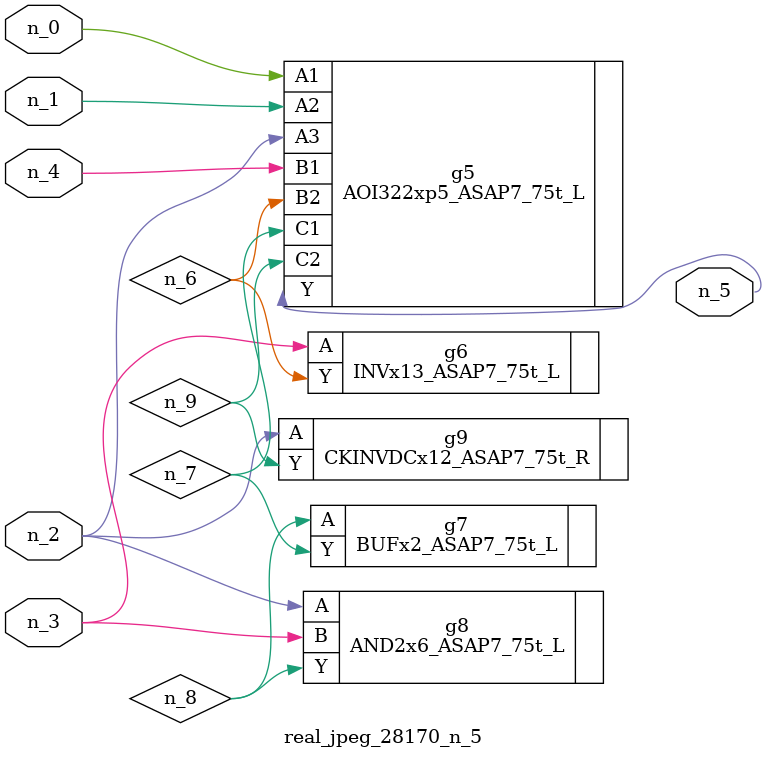
<source format=v>
module real_jpeg_28170_n_5 (n_4, n_0, n_1, n_2, n_3, n_5);

input n_4;
input n_0;
input n_1;
input n_2;
input n_3;

output n_5;

wire n_8;
wire n_6;
wire n_7;
wire n_9;

AOI322xp5_ASAP7_75t_L g5 ( 
.A1(n_0),
.A2(n_1),
.A3(n_2),
.B1(n_4),
.B2(n_6),
.C1(n_7),
.C2(n_9),
.Y(n_5)
);

AND2x6_ASAP7_75t_L g8 ( 
.A(n_2),
.B(n_3),
.Y(n_8)
);

CKINVDCx12_ASAP7_75t_R g9 ( 
.A(n_2),
.Y(n_9)
);

INVx13_ASAP7_75t_L g6 ( 
.A(n_3),
.Y(n_6)
);

BUFx2_ASAP7_75t_L g7 ( 
.A(n_8),
.Y(n_7)
);


endmodule
</source>
